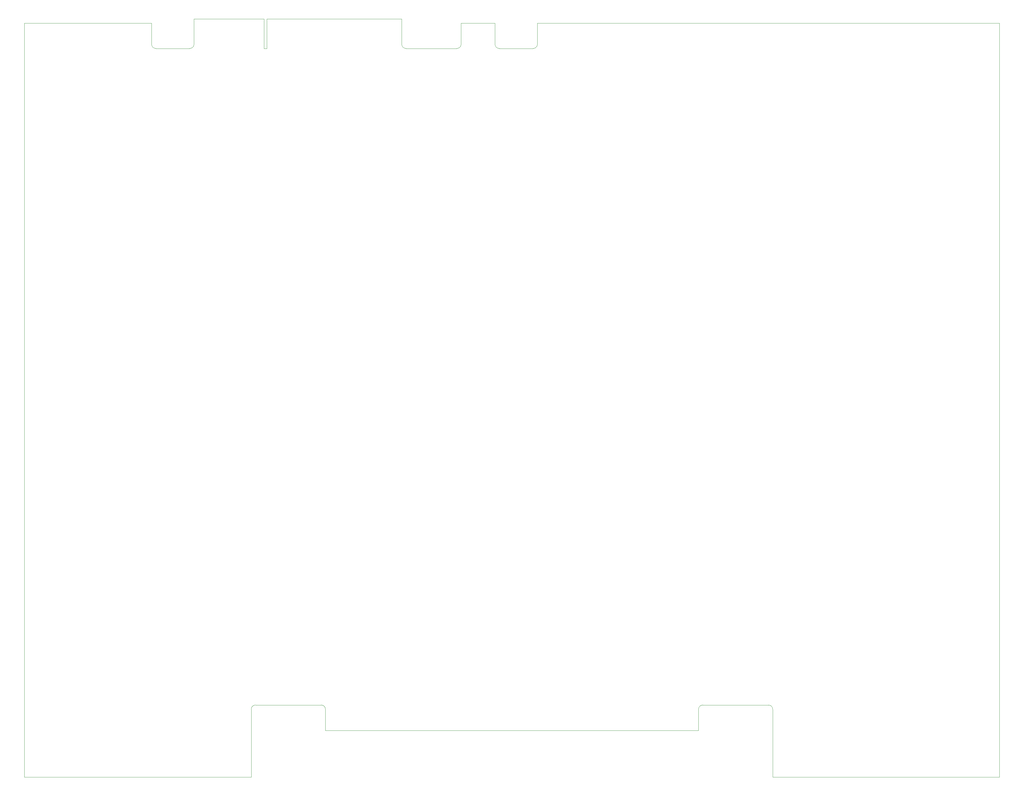
<source format=gbr>
G04 #@! TF.GenerationSoftware,KiCad,Pcbnew,(5.1.5)-3*
G04 #@! TF.CreationDate,2022-02-19T08:40:45-07:00*
G04 #@! TF.ProjectId,SwarsSound,53776172-7353-46f7-956e-642e6b696361,rev?*
G04 #@! TF.SameCoordinates,Original*
G04 #@! TF.FileFunction,Profile,NP*
%FSLAX46Y46*%
G04 Gerber Fmt 4.6, Leading zero omitted, Abs format (unit mm)*
G04 Created by KiCad (PCBNEW (5.1.5)-3) date 2022-02-19 08:40:45*
%MOMM*%
%LPD*%
G04 APERTURE LIST*
%ADD10C,0.025400*%
G04 APERTURE END LIST*
D10*
X90424000Y-17780000D02*
X130810000Y-17780000D01*
X90424000Y-26670000D02*
X90424000Y-17780000D01*
X90170000Y-26670000D02*
X90424000Y-26670000D01*
X89535000Y-26670000D02*
X90170000Y-26670000D01*
X89535000Y-17780000D02*
X89535000Y-26670000D01*
X82550000Y-17780000D02*
X89535000Y-17780000D01*
X82550000Y-17780000D02*
X81280000Y-17780000D01*
X148590000Y-19050000D02*
X148590000Y-25400000D01*
X158750000Y-19050000D02*
X158750000Y-25400000D01*
X148590000Y-19050000D02*
X158750000Y-19050000D01*
X309880000Y-245110000D02*
X309880000Y-19050000D01*
X17780000Y-19050000D02*
X17780000Y-245110000D01*
X68580000Y-17780000D02*
X81280000Y-17780000D01*
X17780000Y-19050000D02*
X55880000Y-19050000D01*
X55880000Y-25400000D02*
X55880000Y-19050000D01*
X130810000Y-17780000D02*
X130810000Y-25400000D01*
X68580000Y-25400000D02*
X68580000Y-17780000D01*
X147320000Y-26670000D02*
X132080000Y-26670000D01*
X158750000Y-25400000D02*
G75*
G03X160020000Y-26670000I1270000J0D01*
G01*
X170180000Y-26670000D02*
G75*
G03X171450000Y-25400000I0J1270000D01*
G01*
X170180000Y-26670000D02*
X160020000Y-26670000D01*
X86995000Y-223520000D02*
G75*
G03X85725000Y-224790000I0J-1270000D01*
G01*
X17780000Y-245110000D02*
X85725000Y-245110000D01*
X85725000Y-245110000D02*
X85725000Y-224790000D01*
X241935000Y-245110000D02*
X241935000Y-224790000D01*
X241935000Y-224790000D02*
G75*
G03X240665000Y-223520000I-1270000J0D01*
G01*
X309880000Y-245110000D02*
X241935000Y-245110000D01*
X240665000Y-223520000D02*
X220980000Y-223520000D01*
X171450000Y-25400000D02*
X171450000Y-19050000D01*
X67310000Y-26670000D02*
X57150000Y-26670000D01*
X147320000Y-26670000D02*
G75*
G03X148590000Y-25400000I0J1270000D01*
G01*
X130810000Y-25400000D02*
G75*
G03X132080000Y-26670000I1270000J0D01*
G01*
X67310000Y-26670000D02*
G75*
G03X68580000Y-25400000I0J1270000D01*
G01*
X171450000Y-19050000D02*
X309880000Y-19050000D01*
X55880000Y-25400000D02*
G75*
G03X57150000Y-26670000I1270000J0D01*
G01*
X219710000Y-231140000D02*
X107950000Y-231140000D01*
X220980000Y-223520000D02*
G75*
G03X219710000Y-224790000I0J-1270000D01*
G01*
X107950000Y-224790000D02*
G75*
G03X106680000Y-223520000I-1270000J0D01*
G01*
X86995000Y-223520000D02*
X106680000Y-223520000D01*
X107950000Y-231140000D02*
X107950000Y-224790000D01*
X219710000Y-224790000D02*
X219710000Y-231140000D01*
M02*

</source>
